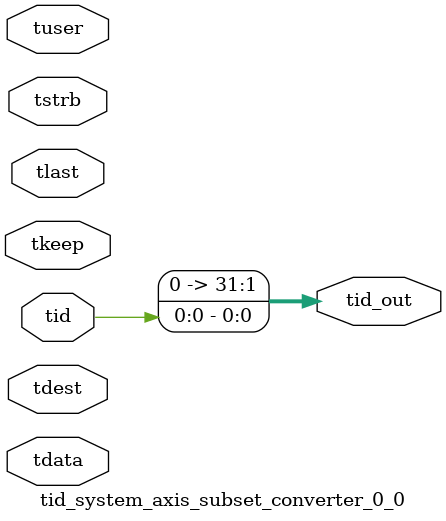
<source format=v>


`timescale 1ps/1ps

module tid_system_axis_subset_converter_0_0 #
(
parameter C_S_AXIS_TID_WIDTH   = 1,
parameter C_S_AXIS_TUSER_WIDTH = 0,
parameter C_S_AXIS_TDATA_WIDTH = 0,
parameter C_S_AXIS_TDEST_WIDTH = 0,
parameter C_M_AXIS_TID_WIDTH   = 32
)
(
input  [(C_S_AXIS_TID_WIDTH   == 0 ? 1 : C_S_AXIS_TID_WIDTH)-1:0       ] tid,
input  [(C_S_AXIS_TDATA_WIDTH == 0 ? 1 : C_S_AXIS_TDATA_WIDTH)-1:0     ] tdata,
input  [(C_S_AXIS_TUSER_WIDTH == 0 ? 1 : C_S_AXIS_TUSER_WIDTH)-1:0     ] tuser,
input  [(C_S_AXIS_TDEST_WIDTH == 0 ? 1 : C_S_AXIS_TDEST_WIDTH)-1:0     ] tdest,
input  [(C_S_AXIS_TDATA_WIDTH/8)-1:0 ] tkeep,
input  [(C_S_AXIS_TDATA_WIDTH/8)-1:0 ] tstrb,
input                                                                    tlast,
output [(C_M_AXIS_TID_WIDTH   == 0 ? 1 : C_M_AXIS_TID_WIDTH)-1:0       ] tid_out
);

assign tid_out = {tid[0:0]};

endmodule


</source>
